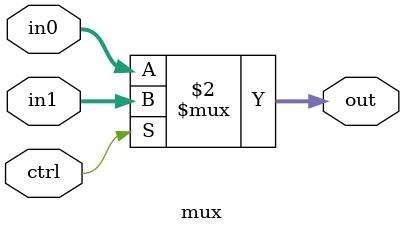
<source format=v>
module mux(
    input wire [31:0] in0,
    input wire [31:0] in1,
    input wire ctrl,
    output reg [31:0] out
);
    always @(*) out = ctrl ? in1 : in0;
endmodule
</source>
